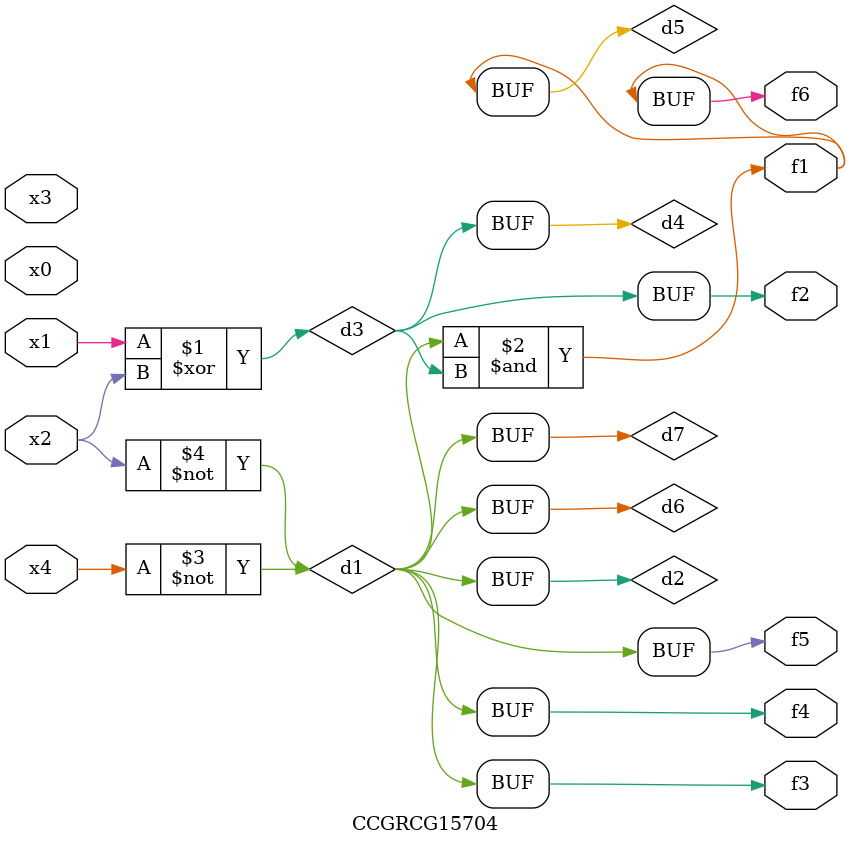
<source format=v>
module CCGRCG15704(
	input x0, x1, x2, x3, x4,
	output f1, f2, f3, f4, f5, f6
);

	wire d1, d2, d3, d4, d5, d6, d7;

	not (d1, x4);
	not (d2, x2);
	xor (d3, x1, x2);
	buf (d4, d3);
	and (d5, d1, d3);
	buf (d6, d1, d2);
	buf (d7, d2);
	assign f1 = d5;
	assign f2 = d4;
	assign f3 = d7;
	assign f4 = d7;
	assign f5 = d7;
	assign f6 = d5;
endmodule

</source>
